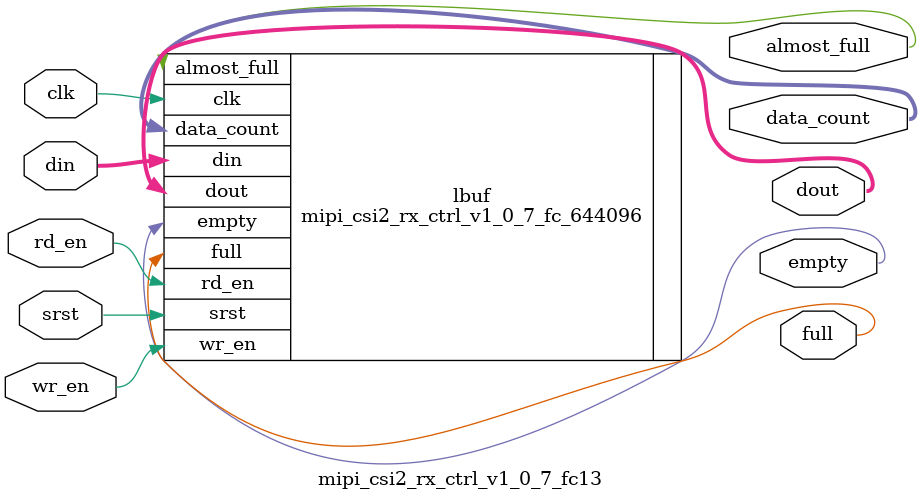
<source format=v>
`timescale 1ns/1ps
module mipi_csi2_rx_ctrl_v1_0_7_fc13 (
input          clk        ,
input          srst       ,
input  [64+4-1:0]  din  ,
input          wr_en      ,
input          rd_en      ,
output  [64+4-1:0]  dout,
output         full       ,
output         almost_full,
output         empty      ,
output [12-1:0]  data_count
);

mipi_csi2_rx_ctrl_v1_0_7_fc_644096 lbuf (
 .clk         (clk         ),
 .srst        (srst        ),
 .din         (din         ),
 .wr_en       (wr_en       ),
 .rd_en       (rd_en       ),
 .dout        (dout        ),
 .full        (full        ),
 .almost_full (almost_full ),
 .empty       (empty       ),
 .data_count  (data_count  ) 
);
endmodule

</source>
